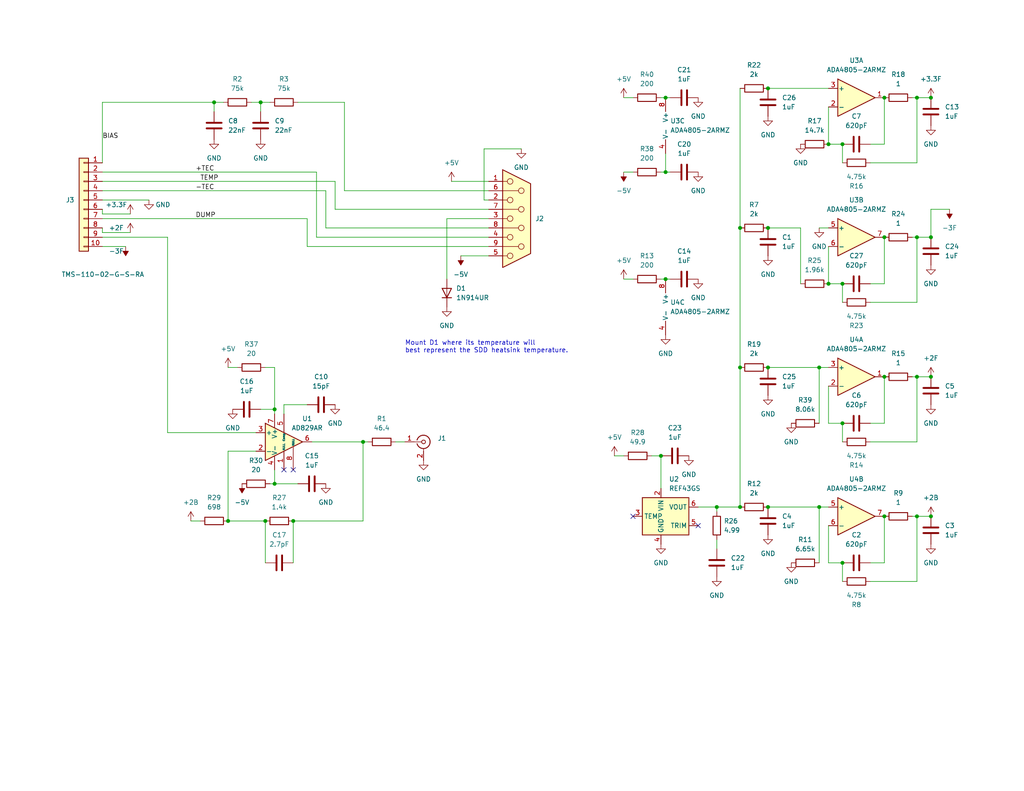
<source format=kicad_sch>
(kicad_sch (version 20230121) (generator eeschema)
  (paper "USLetter")
  (title_block (title "QuERI Preamplifier") (date "2024-02-08") (rev "0.1") (company "Noqsi Aerospace Ltd"))
  (lib_symbols
    (symbol "Connector:Conn_Coaxial" (pin_names (offset 1.016) hide)
      (property "Reference" "J" (at 0.254 3.048 0))
      (property "Value" "Conn_Coaxial" (at 2.921 0 90))
      (symbol "Conn_Coaxial_0_1"
        (arc (start -1.778 -0.508) (mid 0.2311 -1.8066) (end 1.778 0) (stroke (width 0.254)))
        (polyline (pts (xy -2.54 0) (xy -0.508 0)))
        (polyline (pts (xy 0 -2.54) (xy 0 -1.778)))
        (circle (center 0 0) (radius 0.508) (stroke (width 0.2032)))
        (arc (start 1.778 0) (mid 0.2099 1.8101) (end -1.778 0.508) (stroke (width 0.254)))
      )
      (symbol "Conn_Coaxial_1_1"
        (pin passive line (at -5.08 0 0) (length 2.54) (name "In") (number "1"))
        (pin passive line (at 0 -5.08 90) (length 2.54) (name "Ext") (number "2"))
      )
    )
    (symbol "Connector:DE9_Receptacle" (pin_names (offset 1.016) hide)
      (property "Reference" "J" (at 0 13.97 0))
      (property "Value" "DE9_Receptacle" (at 0 -14.605 0))
      (symbol "DE9_Receptacle_0_1"
        (circle (center -1.778 -10.16) (radius 0.762))
        (circle (center -1.778 -5.08) (radius 0.762))
        (circle (center -1.778 0) (radius 0.762))
        (circle (center -1.778 5.08) (radius 0.762))
        (circle (center -1.778 10.16) (radius 0.762))
        (polyline (pts (xy -3.81 -10.16) (xy -2.54 -10.16)))
        (polyline (pts (xy -3.81 -7.62) (xy 0.508 -7.62)))
        (polyline (pts (xy -3.81 -5.08) (xy -2.54 -5.08)))
        (polyline (pts (xy -3.81 -2.54) (xy 0.508 -2.54)))
        (polyline (pts (xy -3.81 0) (xy -2.54 0)))
        (polyline (pts (xy -3.81 2.54) (xy 0.508 2.54)))
        (polyline (pts (xy -3.81 5.08) (xy -2.54 5.08)))
        (polyline (pts (xy -3.81 7.62) (xy 0.508 7.62)))
        (polyline (pts (xy -3.81 10.16) (xy -2.54 10.16)))
        (polyline (pts (xy -3.81 13.335) (xy -3.81 -13.335) (xy 3.81 -9.525) (xy 3.81 9.525) (xy -3.81 13.335)) (stroke (width 0.254)) (fill (type background)))
        (circle (center 1.27 -7.62) (radius 0.762))
        (circle (center 1.27 -2.54) (radius 0.762))
        (circle (center 1.27 2.54) (radius 0.762))
        (circle (center 1.27 7.62) (radius 0.762))
      )
      (symbol "DE9_Receptacle_1_1"
        (pin passive line (at -7.62 10.16 0) (length 3.81) (name "1") (number "1"))
        (pin passive line (at -7.62 5.08 0) (length 3.81) (name "2") (number "2"))
        (pin passive line (at -7.62 0 0) (length 3.81) (name "3") (number "3"))
        (pin passive line (at -7.62 -5.08 0) (length 3.81) (name "4") (number "4"))
        (pin passive line (at -7.62 -10.16 0) (length 3.81) (name "5") (number "5"))
        (pin passive line (at -7.62 7.62 0) (length 3.81) (name "6") (number "6"))
        (pin passive line (at -7.62 2.54 0) (length 3.81) (name "7") (number "7"))
        (pin passive line (at -7.62 -2.54 0) (length 3.81) (name "8") (number "8"))
        (pin passive line (at -7.62 -7.62 0) (length 3.81) (name "9") (number "9"))
      )
    )
    (symbol "Connector_Generic:Conn_01x10" (pin_names (offset 1.016) hide)
      (property "Reference" "J" (at 0 12.7 0))
      (property "Value" "Conn_01x10" (at 0 -15.24 0))
      (symbol "Conn_01x10_1_1"
        (rectangle (start -1.27 -12.573) (end 0 -12.827) (stroke (width 0.1524)))
        (rectangle (start -1.27 -10.033) (end 0 -10.287) (stroke (width 0.1524)))
        (rectangle (start -1.27 -7.493) (end 0 -7.747) (stroke (width 0.1524)))
        (rectangle (start -1.27 -4.953) (end 0 -5.207) (stroke (width 0.1524)))
        (rectangle (start -1.27 -2.413) (end 0 -2.667) (stroke (width 0.1524)))
        (rectangle (start -1.27 0.127) (end 0 -0.127) (stroke (width 0.1524)))
        (rectangle (start -1.27 2.667) (end 0 2.413) (stroke (width 0.1524)))
        (rectangle (start -1.27 5.207) (end 0 4.953) (stroke (width 0.1524)))
        (rectangle (start -1.27 7.747) (end 0 7.493) (stroke (width 0.1524)))
        (rectangle (start -1.27 10.287) (end 0 10.033) (stroke (width 0.1524)))
        (rectangle (start -1.27 11.43) (end 1.27 -13.97) (stroke (width 0.254)) (fill (type background)))
        (pin passive line (at -5.08 10.16 0) (length 3.81) (name "Pin_1") (number "1"))
        (pin passive line (at -5.08 -12.7 0) (length 3.81) (name "Pin_10") (number "10"))
        (pin passive line (at -5.08 7.62 0) (length 3.81) (name "Pin_2") (number "2"))
        (pin passive line (at -5.08 5.08 0) (length 3.81) (name "Pin_3") (number "3"))
        (pin passive line (at -5.08 2.54 0) (length 3.81) (name "Pin_4") (number "4"))
        (pin passive line (at -5.08 0 0) (length 3.81) (name "Pin_5") (number "5"))
        (pin passive line (at -5.08 -2.54 0) (length 3.81) (name "Pin_6") (number "6"))
        (pin passive line (at -5.08 -5.08 0) (length 3.81) (name "Pin_7") (number "7"))
        (pin passive line (at -5.08 -7.62 0) (length 3.81) (name "Pin_8") (number "8"))
        (pin passive line (at -5.08 -10.16 0) (length 3.81) (name "Pin_9") (number "9"))
      )
    )
    (symbol "QuERI_symbols:+2B" (power) (pin_names (offset 0))
      (property "Value" "+2B" (at 0 3.556 0))
      (symbol "+2B_0_1"
        (polyline (pts (xy -0.762 1.27) (xy 0 2.54)))
        (polyline (pts (xy 0 0) (xy 0 2.54)))
        (polyline (pts (xy 0 2.54) (xy 0.762 1.27)))
      )
      (symbol "+2B_1_1"
        (pin power_in line (at 0 0 90) (length 0) hide (name "+2B") (number "1"))
      )
    )
    (symbol "QuERI_symbols:+2F" (power) (pin_names (offset 0))
      (property "Value" "+2F" (at 0 3.556 0))
      (symbol "+2F_0_1"
        (polyline (pts (xy -0.762 1.27) (xy 0 2.54)))
        (polyline (pts (xy 0 0) (xy 0 2.54)))
        (polyline (pts (xy 0 2.54) (xy 0.762 1.27)))
      )
      (symbol "+2F_1_1"
        (pin power_in line (at 0 0 90) (length 0) hide (name "+2F") (number "1"))
      )
    )
    (symbol "QuERI_symbols:+3.3F" (power) (pin_names (offset 0))
      (property "Value" "+3.3F" (at 0 3.556 0))
      (symbol "+3.3F_0_1"
        (polyline (pts (xy -0.762 1.27) (xy 0 2.54)))
        (polyline (pts (xy 0 0) (xy 0 2.54)))
        (polyline (pts (xy 0 2.54) (xy 0.762 1.27)))
      )
      (symbol "+3.3F_1_1"
        (pin power_in line (at 0 0 90) (length 0) hide (name "+3.3F") (number "1"))
      )
    )
    (symbol "QuERI_symbols:-3F" (power) (pin_names (offset 0))
      (property "Value" "-3F" (at 0 3.81 0))
      (symbol "-3F_0_1"
        (polyline (pts (xy 0 0) (xy 0 1.27) (xy 0.762 1.27) (xy 0 2.54) (xy -0.762 1.27) (xy 0 1.27)) (fill (type outline)))
      )
      (symbol "-3F_1_0"
        (pin power_in line (at 0 0 90) (length 0) hide (name "-3F") (number "1"))
      )
    )
    (symbol "QuERI_symbols:1N914UR" (pin_numbers hide) (pin_names hide)
      (property "Reference" "D" (at 0 2.54 0))
      (property "Value" "1N914UR" (at 0 -2.54 0))
      (symbol "1N914UR_0_1"
        (polyline (pts (xy -1.27 1.27) (xy -1.27 -1.27)) (stroke (width 0.254)))
        (polyline (pts (xy 1.27 0) (xy -1.27 0)))
        (polyline (pts (xy 1.27 1.27) (xy 1.27 -1.27) (xy -1.27 0) (xy 1.27 1.27)) (stroke (width 0.254)))
      )
      (symbol "1N914UR_1_1"
        (pin passive line (at -3.81 0 0) (length 2.54) (name "K") (number "1"))
        (pin passive line (at 3.81 0 180) (length 2.54) (name "A") (number "2"))
      )
    )
    (symbol "QuERI_symbols:AD829AR" (pin_names (offset 0.127))
      (property "Reference" "U" (at 1.27 6.35 0))
      (property "Value" "AD829AR" (at 1.27 3.81 0))
      (symbol "AD829AR_0_1"
        (polyline (pts (xy -5.08 5.08) (xy 5.08 0) (xy -5.08 -5.08) (xy -5.08 5.08)) (stroke (width 0.254)) (fill (type background)))
      )
      (symbol "AD829AR_1_1"
        (pin input line (at 0 -7.62 90) (length 5.08) (name "NULL") (number "1"))
        (pin input line (at -7.62 -2.54 0) (length 2.54) (name "-") (number "2"))
        (pin input line (at -7.62 2.54 0) (length 2.54) (name "+") (number "3"))
        (pin power_in line (at -2.54 -7.62 90) (length 3.81) (name "V-") (number "4"))
        (pin passive line (at 0 7.62 270) (length 5.08) (name "Comp") (number "5"))
        (pin output line (at 7.62 0 180) (length 2.54) (name "~") (number "6"))
        (pin power_in line (at -2.54 7.62 270) (length 3.81) (name "V+") (number "7"))
        (pin input line (at 2.54 -7.62 90) (length 6.35) (name "NULL") (number "8"))
      )
    )
    (symbol "QuERI_symbols:ADA4805-2ARMZ" (pin_names (offset 0.127))
      (property "Reference" "U" (at 0 5.08 0))
      (property "Value" "ADA4805-2ARMZ" (at 0 -5.08 0))
      (symbol "ADA4805-2ARMZ_1_1"
        (polyline (pts (xy -5.08 5.08) (xy 5.08 0) (xy -5.08 -5.08) (xy -5.08 5.08)) (stroke (width 0.254)) (fill (type background)))
        (pin output line (at 7.62 0 180) (length 2.54) (name "~") (number "1"))
        (pin input line (at -7.62 -2.54 0) (length 2.54) (name "-") (number "2"))
        (pin input line (at -7.62 2.54 0) (length 2.54) (name "+") (number "3"))
      )
      (symbol "ADA4805-2ARMZ_2_1"
        (polyline (pts (xy -5.08 5.08) (xy 5.08 0) (xy -5.08 -5.08) (xy -5.08 5.08)) (stroke (width 0.254)) (fill (type background)))
        (pin input line (at -7.62 2.54 0) (length 2.54) (name "+") (number "5"))
        (pin input line (at -7.62 -2.54 0) (length 2.54) (name "-") (number "6"))
        (pin output line (at 7.62 0 180) (length 2.54) (name "~") (number "7"))
      )
      (symbol "ADA4805-2ARMZ_3_1"
        (pin power_in line (at -2.54 -7.62 90) (length 3.81) (name "V-") (number "4"))
        (pin power_in line (at -2.54 7.62 270) (length 3.81) (name "V+") (number "8"))
      )
    )
    (symbol "QuERI_symbols:C" (pin_numbers hide) (pin_names (offset 0.254))
      (property "Reference" "C" (at 0.635 2.54 0))
      (property "Value" "1uF" (at 0.635 -2.54 0))
      (symbol "C_0_1"
        (polyline (pts (xy -2.032 -0.762) (xy 2.032 -0.762)) (stroke (width 0.508)))
        (polyline (pts (xy -2.032 0.762) (xy 2.032 0.762)) (stroke (width 0.508)))
      )
      (symbol "C_1_1"
        (pin passive line (at 0 3.81 270) (length 2.794) (name "~") (number "1"))
        (pin passive line (at 0 -3.81 90) (length 2.794) (name "~") (number "2"))
      )
    )
    (symbol "QuERI_symbols:Chv" (pin_numbers hide) (pin_names (offset 0.254))
      (property "Reference" "C" (at 0.635 2.54 0))
      (property "Value" "22nF" (at 0.635 -2.54 0))
      (symbol "Chv_0_1"
        (polyline (pts (xy -2.032 -0.762) (xy 2.032 -0.762)) (stroke (width 0.508)))
        (polyline (pts (xy -2.032 0.762) (xy 2.032 0.762)) (stroke (width 0.508)))
      )
      (symbol "Chv_1_1"
        (pin passive line (at 0 3.81 270) (length 2.794) (name "~") (number "1"))
        (pin passive line (at 0 -3.81 90) (length 2.794) (name "~") (number "2"))
      )
    )
    (symbol "QuERI_symbols:Csmall" (pin_numbers hide) (pin_names (offset 0.254))
      (property "Reference" "C" (at 0.635 2.54 0))
      (property "Value" "Csmall" (at 0.635 -2.54 0))
      (symbol "Csmall_0_1"
        (polyline (pts (xy -2.032 -0.762) (xy 2.032 -0.762)) (stroke (width 0.508)))
        (polyline (pts (xy -2.032 0.762) (xy 2.032 0.762)) (stroke (width 0.508)))
      )
      (symbol "Csmall_1_1"
        (pin passive line (at 0 3.81 270) (length 2.794) (name "~") (number "1"))
        (pin passive line (at 0 -3.81 90) (length 2.794) (name "~") (number "2"))
      )
    )
    (symbol "QuERI_symbols:REF43GS"
      (property "Reference" "U" (at 1.905 8.255 0))
      (property "Value" "REF43GS" (at 0.635 6.35 0))
      (symbol "REF43GS_0_1"
        (rectangle (start -5.08 5.08) (end 7.62 -5.08) (stroke (width 0.254)) (fill (type background)))
      )
      (symbol "REF43GS_1_1"
        (pin no_connect line (at 2.54 -5.08 90) (length 2.54) hide (name "NC") (number "1"))
        (pin power_in line (at 0 7.62 270) (length 2.54) (name "VIN") (number "2"))
        (pin passive line (at -7.62 0 0) (length 2.54) (name "TEMP") (number "3"))
        (pin power_in line (at 0 -7.62 90) (length 2.54) (name "GND") (number "4"))
        (pin passive line (at 10.16 -2.54 180) (length 2.54) (name "TRIM") (number "5"))
        (pin power_out line (at 10.16 2.54 180) (length 2.54) (name "VOUT") (number "6"))
        (pin no_connect line (at -2.54 -5.08 90) (length 2.54) hide (name "NC") (number "7"))
        (pin no_connect line (at 7.62 0 180) (length 2.54) hide (name "NC") (number "8"))
      )
    )
    (symbol "QuERI_symbols:Rlowp" (pin_numbers hide) (pin_names (offset 0))
      (property "Reference" "R" (at 2.032 0 90))
      (property "Value" "Rlowp" (at 0 0 90))
      (symbol "Rlowp_0_1"
        (rectangle (start -1.016 -2.54) (end 1.016 2.54) (stroke (width 0.254)))
      )
      (symbol "Rlowp_1_1"
        (pin passive line (at 0 3.81 270) (length 1.27) (name "~") (number "1"))
        (pin passive line (at 0 -3.81 90) (length 1.27) (name "~") (number "2"))
      )
    )
    (symbol "power:+5V" (power) (pin_names (offset 0))
      (property "Value" "+5V" (at 0 3.556 0))
      (symbol "+5V_0_1"
        (polyline (pts (xy -0.762 1.27) (xy 0 2.54)))
        (polyline (pts (xy 0 0) (xy 0 2.54)))
        (polyline (pts (xy 0 2.54) (xy 0.762 1.27)))
      )
      (symbol "+5V_1_1"
        (pin power_in line (at 0 0 90) (length 0) hide (name "+5V") (number "1"))
      )
    )
    (symbol "power:-5V" (power) (pin_names (offset 0))
      (property "Value" "-5V" (at 0 3.81 0))
      (symbol "-5V_0_0"
        (pin power_in line (at 0 0 90) (length 0) hide (name "-5V") (number "1"))
      )
      (symbol "-5V_0_1"
        (polyline (pts (xy 0 0) (xy 0 1.27) (xy 0.762 1.27) (xy 0 2.54) (xy -0.762 1.27) (xy 0 1.27)) (fill (type outline)))
      )
    )
    (symbol "power:GND" (power) (pin_names (offset 0))
      (property "Value" "GND" (at 0 -3.81 0))
      (symbol "GND_0_1"
        (polyline (pts (xy 0 0) (xy 0 -1.27) (xy 1.27 -1.27) (xy 0 -2.54) (xy -1.27 -1.27) (xy 0 -1.27)))
      )
      (symbol "GND_1_1"
        (pin power_in line (at 0 0 270) (length 0) hide (name "GND") (number "1"))
      )
    )
  )
  (junction (at 223.52 100.33))
  (junction (at 223.52 138.43))
  (junction (at 209.55 100.33))
  (junction (at 250.19 26.67))
  (junction (at 254 102.87))
  (junction (at 99.06 120.65))
  (junction (at 229.87 153.67))
  (junction (at 241.3 140.97))
  (junction (at 209.55 138.43))
  (junction (at 241.3 64.77))
  (junction (at 254 64.77))
  (junction (at 241.3 26.67))
  (junction (at 72.39 142.24))
  (junction (at 74.93 132.08))
  (junction (at 226.06 39.37))
  (junction (at 195.58 138.43))
  (junction (at 71.12 27.94))
  (junction (at 229.87 115.57))
  (junction (at 250.19 102.87))
  (junction (at 250.19 140.97))
  (junction (at 254 140.97))
  (junction (at 226.06 77.47))
  (junction (at 180.34 124.46))
  (junction (at 254 26.67))
  (junction (at 80.01 142.24))
  (junction (at 181.61 46.99))
  (junction (at 229.87 39.37))
  (junction (at 201.93 62.23))
  (junction (at 250.19 64.77))
  (junction (at 181.61 26.67))
  (junction (at 229.87 77.47))
  (junction (at 74.93 111.76))
  (junction (at 58.42 27.94))
  (junction (at 209.55 24.13))
  (junction (at 241.3 102.87))
  (junction (at 62.23 142.24))
  (junction (at 201.93 100.33))
  (junction (at 181.61 76.2))
  (junction (at 209.55 62.23))
  (junction (at 201.93 138.43))
  (no_connect (at 172.72 140.97))
  (no_connect (at 190.5 143.51))
  (no_connect (at 77.47 128.27))
  (no_connect (at 80.01 128.27))
  (wire (pts (xy 180.34 124.46) (xy 180.34 133.35)))
  (wire (pts (xy 80.01 142.24) (xy 99.06 142.24)))
  (wire (pts (xy 250.19 140.97) (xy 250.19 158.75)))
  (wire (pts (xy 241.3 26.67) (xy 241.3 39.37)))
  (wire (pts (xy 226.06 77.47) (xy 229.87 77.47)))
  (wire (pts (xy 254 64.77) (xy 250.19 64.77)))
  (wire (pts (xy 181.61 41.91) (xy 181.61 46.99)))
  (wire (pts (xy 241.3 115.57) (xy 237.49 115.57)))
  (wire (pts (xy 241.3 39.37) (xy 237.49 39.37)))
  (wire (pts (xy 52.07 142.24) (xy 54.61 142.24)))
  (wire (pts (xy 133.35 54.61) (xy 132.08 54.61)))
  (wire (pts (xy 68.58 27.94) (xy 71.12 27.94)))
  (wire (pts (xy 241.3 140.97) (xy 241.3 153.67)))
  (wire (pts (xy 27.94 63.5) (xy 35.56 63.5)))
  (wire (pts (xy 62.23 100.33) (xy 64.77 100.33)))
  (wire (pts (xy 27.94 58.42) (xy 27.94 57.15)))
  (wire (pts (xy 254 102.87) (xy 250.19 102.87)))
  (wire (pts (xy 229.87 39.37) (xy 229.87 44.45)))
  (wire (pts (xy 223.52 100.33) (xy 226.06 100.33)))
  (wire (pts (xy 132.08 54.61) (xy 132.08 40.64)))
  (wire (pts (xy 226.06 105.41) (xy 226.06 115.57)))
  (wire (pts (xy 226.06 153.67) (xy 229.87 153.67)))
  (wire (pts (xy 250.19 158.75) (xy 237.49 158.75)))
  (wire (pts (xy 223.52 138.43) (xy 226.06 138.43)))
  (wire (pts (xy 133.35 67.31) (xy 83.82 67.31)))
  (wire (pts (xy 181.61 46.99) (xy 182.88 46.99)))
  (wire (pts (xy 223.52 62.23) (xy 226.06 62.23)))
  (wire (pts (xy 250.19 44.45) (xy 237.49 44.45)))
  (wire (pts (xy 195.58 138.43) (xy 201.93 138.43)))
  (wire (pts (xy 170.18 26.67) (xy 172.72 26.67)))
  (wire (pts (xy 223.52 153.67) (xy 223.52 138.43)))
  (wire (pts (xy 226.06 115.57) (xy 229.87 115.57)))
  (wire (pts (xy 133.35 64.77) (xy 86.36 64.77)))
  (wire (pts (xy 248.92 140.97) (xy 250.19 140.97)))
  (wire (pts (xy 125.73 69.85) (xy 133.35 69.85)))
  (wire (pts (xy 250.19 102.87) (xy 248.92 102.87)))
  (wire (pts (xy 27.94 46.99) (xy 86.36 46.99)))
  (wire (pts (xy 93.98 27.94) (xy 93.98 52.07)))
  (wire (pts (xy 226.06 29.21) (xy 226.06 39.37)))
  (wire (pts (xy 72.39 100.33) (xy 74.93 100.33)))
  (wire (pts (xy 241.3 153.67) (xy 237.49 153.67)))
  (wire (pts (xy 81.28 27.94) (xy 93.98 27.94)))
  (wire (pts (xy 182.88 76.2) (xy 181.61 76.2)))
  (wire (pts (xy 74.93 111.76) (xy 74.93 113.03)))
  (wire (pts (xy 77.47 110.49) (xy 83.82 110.49)))
  (wire (pts (xy 88.9 62.23) (xy 88.9 52.07)))
  (wire (pts (xy 62.23 123.19) (xy 62.23 142.24)))
  (wire (pts (xy 209.55 24.13) (xy 226.06 24.13)))
  (wire (pts (xy 241.3 102.87) (xy 241.3 115.57)))
  (wire (pts (xy 201.93 100.33) (xy 201.93 138.43)))
  (wire (pts (xy 250.19 26.67) (xy 248.92 26.67)))
  (wire (pts (xy 180.34 26.67) (xy 181.61 26.67)))
  (wire (pts (xy 250.19 102.87) (xy 250.19 120.65)))
  (wire (pts (xy 71.12 27.94) (xy 71.12 30.48)))
  (wire (pts (xy 133.35 52.07) (xy 93.98 52.07)))
  (wire (pts (xy 180.34 76.2) (xy 181.61 76.2)))
  (wire (pts (xy 107.95 120.65) (xy 110.49 120.65)))
  (wire (pts (xy 241.3 64.77) (xy 241.3 77.47)))
  (wire (pts (xy 99.06 120.65) (xy 100.33 120.65)))
  (wire (pts (xy 170.18 76.2) (xy 172.72 76.2)))
  (wire (pts (xy 62.23 142.24) (xy 72.39 142.24)))
  (wire (pts (xy 226.06 67.31) (xy 226.06 77.47)))
  (wire (pts (xy 250.19 120.65) (xy 237.49 120.65)))
  (wire (pts (xy 241.3 77.47) (xy 237.49 77.47)))
  (wire (pts (xy 250.19 64.77) (xy 250.19 82.55)))
  (wire (pts (xy 170.18 46.99) (xy 172.72 46.99)))
  (wire (pts (xy 123.19 49.53) (xy 133.35 49.53)))
  (wire (pts (xy 27.94 49.53) (xy 91.44 49.53)))
  (wire (pts (xy 77.47 113.03) (xy 77.47 110.49)))
  (wire (pts (xy 209.55 100.33) (xy 223.52 100.33)))
  (wire (pts (xy 250.19 82.55) (xy 237.49 82.55)))
  (wire (pts (xy 27.94 62.23) (xy 27.94 63.5)))
  (wire (pts (xy 259.08 57.15) (xy 254 57.15)))
  (wire (pts (xy 27.94 54.61) (xy 40.64 54.61)))
  (wire (pts (xy 167.64 124.46) (xy 170.18 124.46)))
  (wire (pts (xy 195.58 147.32) (xy 195.58 149.86)))
  (wire (pts (xy 74.93 128.27) (xy 74.93 132.08)))
  (wire (pts (xy 229.87 77.47) (xy 229.87 82.55)))
  (wire (pts (xy 27.94 58.42) (xy 35.56 58.42)))
  (wire (pts (xy 132.08 40.64) (xy 142.24 40.64)))
  (wire (pts (xy 182.88 26.67) (xy 181.61 26.67)))
  (wire (pts (xy 71.12 111.76) (xy 74.93 111.76)))
  (wire (pts (xy 121.92 76.2) (xy 121.92 59.69)))
  (wire (pts (xy 60.96 27.94) (xy 58.42 27.94)))
  (wire (pts (xy 45.72 118.11) (xy 69.85 118.11)))
  (wire (pts (xy 27.94 27.94) (xy 58.42 27.94)))
  (wire (pts (xy 177.8 124.46) (xy 180.34 124.46)))
  (wire (pts (xy 226.06 143.51) (xy 226.06 153.67)))
  (wire (pts (xy 27.94 59.69) (xy 83.82 59.69)))
  (wire (pts (xy 74.93 100.33) (xy 74.93 111.76)))
  (wire (pts (xy 27.94 64.77) (xy 45.72 64.77)))
  (wire (pts (xy 254 26.67) (xy 250.19 26.67)))
  (wire (pts (xy 45.72 64.77) (xy 45.72 118.11)))
  (wire (pts (xy 201.93 62.23) (xy 201.93 100.33)))
  (wire (pts (xy 223.52 100.33) (xy 223.52 115.57)))
  (wire (pts (xy 229.87 153.67) (xy 229.87 158.75)))
  (wire (pts (xy 218.44 77.47) (xy 218.44 62.23)))
  (wire (pts (xy 201.93 24.13) (xy 201.93 62.23)))
  (wire (pts (xy 83.82 67.31) (xy 83.82 59.69)))
  (wire (pts (xy 72.39 153.67) (xy 72.39 142.24)))
  (wire (pts (xy 121.92 59.69) (xy 133.35 59.69)))
  (wire (pts (xy 86.36 64.77) (xy 86.36 46.99)))
  (wire (pts (xy 27.94 27.94) (xy 27.94 44.45)))
  (wire (pts (xy 195.58 138.43) (xy 195.58 139.7)))
  (wire (pts (xy 209.55 138.43) (xy 223.52 138.43)))
  (wire (pts (xy 74.93 132.08) (xy 81.28 132.08)))
  (wire (pts (xy 133.35 62.23) (xy 88.9 62.23)))
  (wire (pts (xy 73.66 27.94) (xy 71.12 27.94)))
  (wire (pts (xy 85.09 120.65) (xy 99.06 120.65)))
  (wire (pts (xy 190.5 138.43) (xy 195.58 138.43)))
  (wire (pts (xy 254 140.97) (xy 250.19 140.97)))
  (wire (pts (xy 133.35 57.15) (xy 91.44 57.15)))
  (wire (pts (xy 229.87 115.57) (xy 229.87 120.65)))
  (wire (pts (xy 91.44 57.15) (xy 91.44 49.53)))
  (wire (pts (xy 248.92 64.77) (xy 250.19 64.77)))
  (wire (pts (xy 226.06 39.37) (xy 229.87 39.37)))
  (wire (pts (xy 99.06 142.24) (xy 99.06 120.65)))
  (wire (pts (xy 218.44 62.23) (xy 209.55 62.23)))
  (wire (pts (xy 74.93 132.08) (xy 73.66 132.08)))
  (wire (pts (xy 80.01 142.24) (xy 80.01 153.67)))
  (wire (pts (xy 27.94 67.31) (xy 34.29 67.31)))
  (wire (pts (xy 180.34 46.99) (xy 181.61 46.99)))
  (wire (pts (xy 27.94 52.07) (xy 88.9 52.07)))
  (wire (pts (xy 250.19 26.67) (xy 250.19 44.45)))
  (wire (pts (xy 58.42 27.94) (xy 58.42 30.48)))
  (wire (pts (xy 254 57.15) (xy 254 64.77)))
  (wire (pts (xy 69.85 123.19) (xy 62.23 123.19)))
  (text "Mount D1 where its temperature will\nbest represent the SDD heatsink temperature." (at 110.49 96.52 0) (effects (font (size 1.27 1.27)) (justify left bottom)))
  (label "-TEC" (at 53.34 52.07 0))
  (label "TEMP" (at 54.61 49.53 0))
  (label "BIAS" (at 27.94 38.1 0))
  (label "DUMP" (at 53.34 59.69 0))
  (label "+TEC" (at 53.34 46.99 0))
  (symbol (lib_id "QuERI_symbols:Rlowp") (at 176.53 46.99 90) (unit 1)
    (property "Reference" "R38" (at 176.53 40.64 90))
    (property "Value" "200" (at 176.53 43.18 90))
    (property "Footprint" "Resistor_SMD:R_0603_1608Metric" (effects hide))
    (property "Spec" "1% 1/10W" (effects hide))
  )
  (symbol (lib_id "power:GND") (at 223.52 62.23 0) (unit 1)
    (property "Reference" "#PWR016" (effects hide))
    (property "Value" "GND" (at 223.52 67.31 0))
  )
  (symbol (lib_id "power:GND") (at 190.5 46.99 0) (unit 1)
    (property "Reference" "#PWR07" (effects hide))
    (property "Value" "GND" (at 190.5 52.07 0))
  )
  (symbol (lib_id "QuERI_symbols:Chv") (at 71.12 34.29 0) (unit 1)
    (property "Reference" "C9" (at 74.93 33.02 0) (effects (justify left)))
    (property "Value" "22nF" (at 74.93 35.56 0) (effects (justify left)))
    (property "Footprint" "Capacitor_SMD:C_1210_3225Metric" (effects hide))
    (property "Spec" "500WVDC" (effects hide))
  )
  (symbol (lib_id "QuERI_symbols:Rlowp") (at 245.11 102.87 90) (unit 1)
    (property "Reference" "R15" (at 245.11 96.52 90))
    (property "Value" "1" (at 245.11 99.06 90))
    (property "Footprint" "Resistor_SMD:R_0603_1608Metric" (effects hide))
    (property "Spec" "1% 1/10W" (effects hide))
  )
  (symbol (lib_id "QuERI_symbols:Rlowp") (at 176.53 26.67 90) (unit 1)
    (property "Reference" "R40" (at 176.53 20.32 90))
    (property "Value" "200" (at 176.53 22.86 90))
    (property "Footprint" "Resistor_SMD:R_0603_1608Metric" (effects hide))
    (property "Spec" "1% 1/10W" (effects hide))
  )
  (symbol (lib_id "QuERI_symbols:1N914UR") (at 121.92 80.01 90) (unit 1)
    (property "Reference" "D1" (at 124.46 78.74 90) (effects (justify right)))
    (property "Value" "1N914UR" (at 124.46 81.28 90) (effects (justify right)))
    (property "Footprint" "Diode_SMD:D_MiniMELF" (effects hide))
    (property "Sim.Device" "D" (effects hide))
    (property "Sim.Pins" "1=K 2=A" (effects hide))
  )
  (symbol (lib_id "power:GND") (at 40.64 54.61 0) (unit 1)
    (property "Reference" "#PWR034" (effects hide))
    (property "Value" "GND" (at 44.45 55.88 0))
  )
  (symbol (lib_id "QuERI_symbols:C") (at 209.55 142.24 0) (unit 1)
    (property "Reference" "C4" (at 213.36 140.97 0) (effects (justify left)))
    (property "Value" "1uF" (at 213.36 143.51 0) (effects (justify left)))
    (property "Footprint" "Capacitor_SMD:C_0805_2012Metric" (effects hide))
    (property "Spec" "16WVDC X7R" (effects hide))
  )
  (symbol (lib_id "power:+5V") (at 170.18 26.67 0) (unit 1)
    (property "Reference" "#PWR04" (effects hide))
    (property "Value" "+5V" (at 170.18 21.59 0))
  )
  (symbol (lib_id "QuERI_symbols:Rlowp") (at 219.71 153.67 90) (unit 1)
    (property "Reference" "R11" (at 219.71 147.32 90))
    (property "Value" "6.65k" (at 219.71 149.86 90))
    (property "Footprint" "Resistor_SMD:R_0603_1608Metric" (effects hide))
    (property "Spec" "1% 1/10W" (effects hide))
  )
  (symbol (lib_id "QuERI_symbols:C") (at 209.55 27.94 0) (unit 1)
    (property "Reference" "C26" (at 213.36 26.67 0) (effects (justify left)))
    (property "Value" "1uF" (at 213.36 29.21 0) (effects (justify left)))
    (property "Footprint" "Capacitor_SMD:C_0805_2012Metric" (effects hide))
    (property "Spec" "16WVDC X7R" (effects hide))
  )
  (symbol (lib_id "QuERI_symbols:C") (at 184.15 124.46 90) (unit 1)
    (property "Reference" "C23" (at 184.15 116.84 90))
    (property "Value" "1uF" (at 184.15 119.38 90))
    (property "Footprint" "Capacitor_SMD:C_0805_2012Metric" (effects hide))
    (property "Spec" "16WVDC X7R" (effects hide))
  )
  (symbol (lib_id "power:+5V") (at 123.19 49.53 0) (unit 1)
    (property "Reference" "#PWR024" (effects hide))
    (property "Value" "+5V" (at 123.19 44.45 0))
  )
  (symbol (lib_id "power:-5V") (at 125.73 69.85 0) (mirror x) (unit 1)
    (property "Reference" "#PWR026" (effects hide))
    (property "Value" "-5V" (at 125.73 74.93 0))
  )
  (symbol (lib_id "QuERI_symbols:Csmall") (at 76.2 153.67 90) (unit 1)
    (property "Reference" "C17" (at 76.2 146.05 90))
    (property "Value" "2.7pF" (at 76.2 148.59 90))
    (property "Footprint" "Capacitor_SMD:C_0603_1608Metric" (effects hide))
    (property "Spec" "50WVDC C0G" (effects hide))
  )
  (symbol (lib_id "power:GND") (at 209.55 146.05 0) (unit 1)
    (property "Reference" "#PWR019" (effects hide))
    (property "Value" "GND" (at 209.55 151.13 0))
  )
  (symbol (lib_id "power:GND") (at 181.61 91.44 0) (unit 1)
    (property "Reference" "#PWR01" (effects hide))
    (property "Value" "GND" (at 181.61 96.52 0))
  )
  (symbol (lib_id "QuERI_symbols:C") (at 186.69 76.2 90) (unit 1)
    (property "Reference" "C14" (at 186.69 68.58 90))
    (property "Value" "1uF" (at 186.69 71.12 90))
    (property "Footprint" "Capacitor_SMD:C_0805_2012Metric" (effects hide))
    (property "Spec" "16WVDC X7R" (effects hide))
  )
  (symbol (lib_id "power:GND") (at 58.42 38.1 0) (unit 1)
    (property "Reference" "#PWR027" (effects hide))
    (property "Value" "GND" (at 58.42 43.18 0))
  )
  (symbol (lib_id "QuERI_symbols:Rlowp") (at 205.74 100.33 90) (unit 1)
    (property "Reference" "R19" (at 205.74 93.98 90))
    (property "Value" "2k" (at 205.74 96.52 90))
    (property "Footprint" "Resistor_SMD:R_0603_1608Metric" (effects hide))
    (property "Spec" "1% 1/10W" (effects hide))
  )
  (symbol (lib_id "QuERI_symbols:Rlowp") (at 205.74 138.43 90) (unit 1)
    (property "Reference" "R12" (at 205.74 132.08 90))
    (property "Value" "2k" (at 205.74 134.62 90))
    (property "Footprint" "Resistor_SMD:R_0603_1608Metric" (effects hide))
    (property "Spec" "1% 1/10W" (effects hide))
  )
  (symbol (lib_id "QuERI_symbols:Rlowp") (at 219.71 115.57 90) (unit 1)
    (property "Reference" "R39" (at 219.71 109.22 90))
    (property "Value" "8.06k" (at 219.71 111.76 90))
    (property "Footprint" "Resistor_SMD:R_0603_1608Metric" (effects hide))
    (property "Spec" "1% 1/10W" (effects hide))
  )
  (symbol (lib_id "power:GND") (at 254 110.49 0) (unit 1)
    (property "Reference" "#PWR022" (effects hide))
    (property "Value" "GND" (at 254 115.57 0))
  )
  (symbol (lib_id "QuERI_symbols:-3F") (at 34.29 67.31 0) (mirror x) (unit 1)
    (property "Reference" "#PWR031" (effects hide))
    (property "Value" "-3F" (at 31.75 68.58 0))
  )
  (symbol (lib_id "QuERI_symbols:Csmall") (at 233.68 115.57 90) (unit 1)
    (property "Reference" "C6" (at 233.68 107.95 90))
    (property "Value" "620pF" (at 233.68 110.49 90))
    (property "Footprint" "Capacitor_SMD:C_0603_1608Metric" (effects hide))
    (property "Spec" "50WVDC C0G" (effects hide))
  )
  (symbol (lib_id "power:GND") (at 88.9 132.08 0) (unit 1)
    (property "Reference" "#PWR038" (effects hide))
    (property "Value" "GND" (at 88.9 137.16 0))
  )
  (symbol (lib_id "power:+5V") (at 62.23 100.33 0) (unit 1)
    (property "Reference" "#PWR037" (effects hide))
    (property "Value" "+5V" (at 62.23 95.25 0))
  )
  (symbol (lib_id "QuERI_symbols:Csmall") (at 233.68 77.47 90) (unit 1)
    (property "Reference" "C27" (at 233.68 69.85 90))
    (property "Value" "620pF" (at 233.68 72.39 90))
    (property "Footprint" "Capacitor_SMD:C_0603_1608Metric" (effects hide))
    (property "Spec" "50WVDC C0G" (effects hide))
  )
  (symbol (lib_id "power:-5V") (at 170.18 46.99 0) (mirror x) (unit 1)
    (property "Reference" "#PWR05" (effects hide))
    (property "Value" "-5V" (at 170.18 52.07 0))
  )
  (symbol (lib_id "QuERI_symbols:C") (at 85.09 132.08 90) (unit 1)
    (property "Reference" "C15" (at 85.09 124.46 90))
    (property "Value" "1uF" (at 85.09 127 90))
    (property "Footprint" "Capacitor_SMD:C_0805_2012Metric" (effects hide))
    (property "Spec" "16WVDC X7R" (effects hide))
  )
  (symbol (lib_id "power:GND") (at 91.44 110.49 0) (unit 1)
    (property "Reference" "#PWR035" (effects hide))
    (property "Value" "GND" (at 91.44 115.57 0))
  )
  (symbol (lib_id "power:-5V") (at 66.04 132.08 0) (mirror x) (unit 1)
    (property "Reference" "#PWR039" (effects hide))
    (property "Value" "-5V" (at 66.04 137.16 0))
  )
  (symbol (lib_id "power:GND") (at 142.24 40.64 0) (unit 1)
    (property "Reference" "#PWR025" (effects hide))
    (property "Value" "GND" (at 142.24 45.72 0))
  )
  (symbol (lib_id "power:GND") (at 187.96 124.46 0) (unit 1)
    (property "Reference" "#PWR09" (effects hide))
    (property "Value" "GND" (at 187.96 129.54 0))
  )
  (symbol (lib_id "power:GND") (at 121.92 83.82 0) (unit 1)
    (property "Reference" "#PWR029" (effects hide))
    (property "Value" "GND" (at 121.92 88.9 0))
  )
  (symbol (lib_id "power:GND") (at 195.58 157.48 0) (unit 1)
    (property "Reference" "#PWR011" (effects hide))
    (property "Value" "GND" (at 195.58 162.56 0))
  )
  (symbol (lib_id "QuERI_symbols:Rlowp") (at 77.47 27.94 90) (unit 1)
    (property "Reference" "R3" (at 77.47 21.59 90))
    (property "Value" "75k" (at 77.47 24.13 90))
    (property "Footprint" "Resistor_SMD:R_0603_1608Metric" (effects hide))
    (property "Spec" "1% 1/10W" (effects hide))
  )
  (symbol (lib_id "power:GND") (at 218.44 39.37 0) (unit 1)
    (property "Reference" "#PWR013" (effects hide))
    (property "Value" "GND" (at 218.44 44.45 0))
  )
  (symbol (lib_id "power:GND") (at 209.55 107.95 0) (unit 1)
    (property "Reference" "#PWR018" (effects hide))
    (property "Value" "GND" (at 209.55 113.03 0))
  )
  (symbol (lib_id "QuERI_symbols:Rlowp") (at 195.58 143.51 0) (unit 1)
    (property "Reference" "R26" (at 197.485 142.24 0) (effects (justify left)))
    (property "Value" "4.99" (at 197.485 144.78 0) (effects (justify left)))
    (property "Footprint" "Resistor_SMD:R_0603_1608Metric" (effects hide))
    (property "Spec" "1% 1/10W" (effects hide))
  )
  (symbol (lib_id "QuERI_symbols:Rlowp") (at 233.68 158.75 90) (mirror x) (unit 1)
    (property "Reference" "R8" (at 233.68 165.1 90))
    (property "Value" "4.75k" (at 233.68 162.56 90))
    (property "Footprint" "Resistor_SMD:R_0603_1608Metric" (effects hide))
    (property "Spec" "1% 1/10W" (effects hide))
  )
  (symbol (lib_id "QuERI_symbols:Rlowp") (at 58.42 142.24 90) (unit 1)
    (property "Reference" "R29" (at 58.42 135.89 90))
    (property "Value" "698" (at 58.42 138.43 90))
    (property "Footprint" "Resistor_SMD:R_0603_1608Metric" (effects hide))
    (property "Spec" "1% 1/10W" (effects hide))
  )
  (symbol (lib_id "power:GND") (at 190.5 76.2 0) (unit 1)
    (property "Reference" "#PWR02" (effects hide))
    (property "Value" "GND" (at 190.5 81.28 0))
  )
  (symbol (lib_id "QuERI_symbols:C") (at 254 30.48 0) (unit 1)
    (property "Reference" "C13" (at 257.81 29.21 0) (effects (justify left)))
    (property "Value" "1uF" (at 257.81 31.75 0) (effects (justify left)))
    (property "Footprint" "Capacitor_SMD:C_0805_2012Metric" (effects hide))
    (property "Spec" "16WVDC X7R" (effects hide))
  )
  (symbol (lib_id "QuERI_symbols:C") (at 254 68.58 0) (unit 1)
    (property "Reference" "C24" (at 257.81 67.31 0) (effects (justify left)))
    (property "Value" "1uF" (at 257.81 69.85 0) (effects (justify left)))
    (property "Footprint" "Capacitor_SMD:C_0805_2012Metric" (effects hide))
    (property "Spec" "16WVDC X7R" (effects hide))
  )
  (symbol (lib_id "QuERI_symbols:Rlowp") (at 245.11 64.77 90) (unit 1)
    (property "Reference" "R24" (at 245.11 58.42 90))
    (property "Value" "1" (at 245.11 60.96 90))
    (property "Footprint" "Resistor_SMD:R_0603_1608Metric" (effects hide))
    (property "Spec" "1% 1/10W" (effects hide))
  )
  (symbol (lib_id "QuERI_symbols:Rlowp") (at 64.77 27.94 90) (unit 1)
    (property "Reference" "R2" (at 64.77 21.59 90))
    (property "Value" "75k" (at 64.77 24.13 90))
    (property "Footprint" "Resistor_SMD:R_0603_1608Metric" (effects hide))
    (property "Spec" "1% 1/10W" (effects hide))
  )
  (symbol (lib_id "QuERI_symbols:Rlowp") (at 176.53 76.2 90) (unit 1)
    (property "Reference" "R13" (at 176.53 69.85 90))
    (property "Value" "200" (at 176.53 72.39 90))
    (property "Footprint" "Resistor_SMD:R_0603_1608Metric" (effects hide))
    (property "Spec" "1% 1/10W" (effects hide))
  )
  (symbol (lib_id "QuERI_symbols:Rlowp") (at 173.99 124.46 90) (unit 1)
    (property "Reference" "R28" (at 173.99 118.11 90))
    (property "Value" "49.9" (at 173.99 120.65 90))
    (property "Footprint" "Resistor_SMD:R_0603_1608Metric" (effects hide))
    (property "Spec" "1% 1/10W" (effects hide))
  )
  (symbol (lib_id "power:GND") (at 254 34.29 0) (unit 1)
    (property "Reference" "#PWR014" (effects hide))
    (property "Value" "GND" (at 254 39.37 0))
  )
  (symbol (lib_id "QuERI_symbols:C") (at 209.55 104.14 0) (unit 1)
    (property "Reference" "C25" (at 213.36 102.87 0) (effects (justify left)))
    (property "Value" "1uF" (at 213.36 105.41 0) (effects (justify left)))
    (property "Footprint" "Capacitor_SMD:C_0805_2012Metric" (effects hide))
    (property "Spec" "16WVDC X7R" (effects hide))
  )
  (symbol (lib_id "QuERI_symbols:Rlowp") (at 205.74 24.13 90) (unit 1)
    (property "Reference" "R22" (at 205.74 17.78 90))
    (property "Value" "2k" (at 205.74 20.32 90))
    (property "Footprint" "Resistor_SMD:R_0603_1608Metric" (effects hide))
    (property "Spec" "1% 1/10W" (effects hide))
  )
  (symbol (lib_id "power:GND") (at 180.34 148.59 0) (unit 1)
    (property "Reference" "#PWR010" (effects hide))
    (property "Value" "GND" (at 180.34 153.67 0))
  )
  (symbol (lib_id "QuERI_symbols:Rlowp") (at 222.25 39.37 90) (unit 1)
    (property "Reference" "R17" (at 222.25 33.02 90))
    (property "Value" "14.7k" (at 222.25 35.56 90))
    (property "Footprint" "Resistor_SMD:R_0603_1608Metric" (effects hide))
    (property "Spec" "1% 1/10W" (effects hide))
  )
  (symbol (lib_id "Connector_Generic:Conn_01x10") (at 22.86 54.61 0) (mirror y) (unit 1)
    (property "Reference" "J3" (at 20.32 54.61 0) (effects (justify left)))
    (property "Value" "TMS-110-02-G-S-RA" (at 39.37 74.93 0) (effects (justify left)))
    (property "Footprint" "Connector_PinHeader_1.27mm:PinHeader_1x10_P1.27mm_Horizontal" (effects hide))
  )
  (symbol (lib_id "QuERI_symbols:C") (at 186.69 46.99 90) (unit 1)
    (property "Reference" "C20" (at 186.69 39.37 90))
    (property "Value" "1uF" (at 186.69 41.91 90))
    (property "Footprint" "Capacitor_SMD:C_0805_2012Metric" (effects hide))
    (property "Spec" "16WVDC X7R" (effects hide))
  )
  (symbol (lib_id "power:GND") (at 254 72.39 0) (unit 1)
    (property "Reference" "#PWR017" (effects hide))
    (property "Value" "GND" (at 254 77.47 0))
  )
  (symbol (lib_id "QuERI_symbols:+3.3F") (at 254 26.67 0) (unit 1)
    (property "Reference" "#PWR030" (effects hide))
    (property "Value" "+3.3F" (at 254 21.59 0))
  )
  (symbol (lib_id "power:GND") (at 63.5 111.76 0) (unit 1)
    (property "Reference" "#PWR036" (effects hide))
    (property "Value" "GND" (at 63.5 116.84 0))
  )
  (symbol (lib_id "QuERI_symbols:+2F") (at 35.56 63.5 0) (unit 1)
    (property "Reference" "#PWR032" (effects hide))
    (property "Value" "+2F" (at 31.75 62.23 0))
  )
  (symbol (lib_id "QuERI_symbols:Rlowp") (at 205.74 62.23 90) (unit 1)
    (property "Reference" "R7" (at 205.74 55.88 90))
    (property "Value" "2k" (at 205.74 58.42 90))
    (property "Footprint" "Resistor_SMD:R_0603_1608Metric" (effects hide))
    (property "Spec" "1% 1/10W" (effects hide))
  )
  (symbol (lib_id "QuERI_symbols:ADA4805-2ARMZ") (at 233.68 64.77 0) (unit 2)
    (property "Reference" "U3" (at 233.68 54.61 0))
    (property "Value" "ADA4805-2ARMZ" (at 233.68 57.15 0))
    (property "Footprint" "Package_SO:MSOP-8_3x3mm_P0.65mm" (effects hide))
    (property "Datasheet" "https://www.analog.com/media/en/technical-documentation/data-sheets/ADA4805-1_4805-2.pdf" (effects hide))
  )
  (symbol (lib_id "power:GND") (at 115.57 125.73 0) (unit 1)
    (property "Reference" "#PWR044" (effects hide))
    (property "Value" "GND" (at 115.57 130.81 0))
  )
  (symbol (lib_id "QuERI_symbols:Rlowp") (at 222.25 77.47 90) (unit 1)
    (property "Reference" "R25" (at 222.25 71.12 90))
    (property "Value" "1.96k" (at 222.25 73.66 90))
    (property "Footprint" "Resistor_SMD:R_0603_1608Metric" (effects hide))
    (property "Spec" "1% 1/10W" (effects hide))
  )
  (symbol (lib_id "QuERI_symbols:C") (at 254 106.68 0) (unit 1)
    (property "Reference" "C5" (at 257.81 105.41 0) (effects (justify left)))
    (property "Value" "1uF" (at 257.81 107.95 0) (effects (justify left)))
    (property "Footprint" "Capacitor_SMD:C_0805_2012Metric" (effects hide))
    (property "Spec" "16WVDC X7R" (effects hide))
  )
  (symbol (lib_id "QuERI_symbols:ADA4805-2ARMZ") (at 184.15 83.82 0) (unit 3)
    (property "Reference" "U4" (at 182.88 82.55 0) (effects (justify left)))
    (property "Value" "ADA4805-2ARMZ" (at 182.88 85.09 0) (effects (justify left)))
    (property "Footprint" "Package_SO:MSOP-8_3x3mm_P0.65mm" (effects hide))
    (property "Datasheet" "https://www.analog.com/media/en/technical-documentation/data-sheets/ADA4805-1_4805-2.pdf" (effects hide))
  )
  (symbol (lib_id "power:GND") (at 254 148.59 0) (unit 1)
    (property "Reference" "#PWR023" (effects hide))
    (property "Value" "GND" (at 254 153.67 0))
  )
  (symbol (lib_id "QuERI_symbols:Csmall") (at 87.63 110.49 90) (unit 1)
    (property "Reference" "C10" (at 87.63 102.87 90))
    (property "Value" "15pF" (at 87.63 105.41 90))
    (property "Footprint" "Capacitor_SMD:C_0603_1608Metric" (effects hide))
    (property "Spec" "50WVDC C0G" (effects hide))
  )
  (symbol (lib_id "QuERI_symbols:ADA4805-2ARMZ") (at 233.68 102.87 0) (unit 1)
    (property "Reference" "U4" (at 233.68 92.71 0))
    (property "Value" "ADA4805-2ARMZ" (at 233.68 95.25 0))
    (property "Footprint" "Package_SO:MSOP-8_3x3mm_P0.65mm" (effects hide))
    (property "Datasheet" "https://www.analog.com/media/en/technical-documentation/data-sheets/ADA4805-1_4805-2.pdf" (effects hide))
  )
  (symbol (lib_id "power:GND") (at 71.12 38.1 0) (unit 1)
    (property "Reference" "#PWR028" (effects hide))
    (property "Value" "GND" (at 71.12 43.18 0))
  )
  (symbol (lib_id "QuERI_symbols:C") (at 67.31 111.76 90) (unit 1)
    (property "Reference" "C16" (at 67.31 104.14 90))
    (property "Value" "1uF" (at 67.31 106.68 90))
    (property "Footprint" "Capacitor_SMD:C_0805_2012Metric" (effects hide))
    (property "Spec" "16WVDC X7R" (effects hide))
  )
  (symbol (lib_id "QuERI_symbols:Rlowp") (at 233.68 120.65 90) (mirror x) (unit 1)
    (property "Reference" "R14" (at 233.68 127 90))
    (property "Value" "4.75k" (at 233.68 124.46 90))
    (property "Footprint" "Resistor_SMD:R_0603_1608Metric" (effects hide))
    (property "Spec" "1% 1/10W" (effects hide))
  )
  (symbol (lib_id "QuERI_symbols:REF43GS") (at 180.34 140.97 0) (unit 1)
    (property "Reference" "U2" (at 182.5341 130.81 0) (effects (justify left)))
    (property "Value" "REF43GS" (at 182.5341 133.35 0) (effects (justify left)))
    (property "Footprint" "Package_SO:SOIC-8_3.9x4.9mm_P1.27mm" (effects hide))
  )
  (symbol (lib_id "power:+5V") (at 167.64 124.46 0) (unit 1)
    (property "Reference" "#PWR08" (effects hide))
    (property "Value" "+5V" (at 167.64 119.38 0))
  )
  (symbol (lib_id "QuERI_symbols:Chv") (at 58.42 34.29 0) (unit 1)
    (property "Reference" "C8" (at 62.23 33.02 0) (effects (justify left)))
    (property "Value" "22nF" (at 62.23 35.56 0) (effects (justify left)))
    (property "Footprint" "Capacitor_SMD:C_1210_3225Metric" (effects hide))
    (property "Spec" "500WVDC" (effects hide))
  )
  (symbol (lib_id "Connector:DE9_Receptacle") (at 140.97 59.69 0) (unit 1)
    (property "Reference" "J2" (at 146.05 59.69 0) (effects (justify left)))
    (property "Value" "MDM9S" (effects hide))
    (property "Datasheet" " ~" (effects hide))
  )
  (symbol (lib_id "Connector:Conn_Coaxial") (at 115.57 120.65 0) (unit 1)
    (property "Reference" "J1" (at 119.38 119.6732 0) (effects (justify left)))
    (property "Value" "SMA" (effects hide))
    (property "Datasheet" " ~" (effects hide))
  )
  (symbol (lib_id "QuERI_symbols:Csmall") (at 233.68 39.37 90) (unit 1)
    (property "Reference" "C7" (at 233.68 31.75 90))
    (property "Value" "620pF" (at 233.68 34.29 90))
    (property "Footprint" "Capacitor_SMD:C_0603_1608Metric" (effects hide))
    (property "Spec" "50WVDC C0G" (effects hide))
  )
  (symbol (lib_id "QuERI_symbols:-3F") (at 259.08 57.15 0) (mirror x) (unit 1)
    (property "Reference" "#PWR043" (effects hide))
    (property "Value" "-3F" (at 259.08 62.23 0))
  )
  (symbol (lib_id "QuERI_symbols:Rlowp") (at 233.68 82.55 90) (mirror x) (unit 1)
    (property "Reference" "R23" (at 233.68 88.9 90))
    (property "Value" "4.75k" (at 233.68 86.36 90))
    (property "Footprint" "Resistor_SMD:R_0603_1608Metric" (effects hide))
    (property "Spec" "1% 1/10W" (effects hide))
  )
  (symbol (lib_id "power:GND") (at 215.9 153.67 0) (unit 1)
    (property "Reference" "#PWR021" (effects hide))
    (property "Value" "GND" (at 215.9 158.75 0))
  )
  (symbol (lib_id "power:GND") (at 209.55 31.75 0) (unit 1)
    (property "Reference" "#PWR012" (effects hide))
    (property "Value" "GND" (at 209.55 36.83 0))
  )
  (symbol (lib_id "QuERI_symbols:C") (at 195.58 153.67 0) (unit 1)
    (property "Reference" "C22" (at 199.39 152.4 0) (effects (justify left)))
    (property "Value" "1uF" (at 199.39 154.94 0) (effects (justify left)))
    (property "Footprint" "Capacitor_SMD:C_0805_2012Metric" (effects hide))
    (property "Spec" "16WVDC X7R" (effects hide))
  )
  (symbol (lib_id "QuERI_symbols:Rlowp") (at 76.2 142.24 90) (unit 1)
    (property "Reference" "R27" (at 76.2 135.89 90))
    (property "Value" "1.4k" (at 76.2 138.43 90))
    (property "Footprint" "Resistor_SMD:R_0603_1608Metric" (effects hide))
    (property "Spec" "1% 1/10W" (effects hide))
  )
  (symbol (lib_id "QuERI_symbols:ADA4805-2ARMZ") (at 233.68 26.67 0) (unit 1)
    (property "Reference" "U3" (at 233.68 16.51 0))
    (property "Value" "ADA4805-2ARMZ" (at 233.68 19.05 0))
    (property "Footprint" "Package_SO:MSOP-8_3x3mm_P0.65mm" (effects hide))
    (property "Datasheet" "https://www.analog.com/media/en/technical-documentation/data-sheets/ADA4805-1_4805-2.pdf" (effects hide))
  )
  (symbol (lib_id "QuERI_symbols:ADA4805-2ARMZ") (at 184.15 34.29 0) (unit 3)
    (property "Reference" "U3" (at 182.88 33.02 0) (effects (justify left)))
    (property "Value" "ADA4805-2ARMZ" (at 182.88 35.56 0) (effects (justify left)))
    (property "Footprint" "Package_SO:MSOP-8_3x3mm_P0.65mm" (effects hide))
    (property "Datasheet" "https://www.analog.com/media/en/technical-documentation/data-sheets/ADA4805-1_4805-2.pdf" (effects hide))
  )
  (symbol (lib_id "QuERI_symbols:C") (at 209.55 66.04 0) (unit 1)
    (property "Reference" "C1" (at 213.36 64.77 0) (effects (justify left)))
    (property "Value" "1uF" (at 213.36 67.31 0) (effects (justify left)))
    (property "Footprint" "Capacitor_SMD:C_0805_2012Metric" (effects hide))
    (property "Spec" "16WVDC X7R" (effects hide))
  )
  (symbol (lib_id "QuERI_symbols:+2B") (at 52.07 142.24 0) (unit 1)
    (property "Reference" "#PWR040" (effects hide))
    (property "Value" "+2B" (at 52.07 137.16 0))
  )
  (symbol (lib_id "QuERI_symbols:C") (at 254 144.78 0) (unit 1)
    (property "Reference" "C3" (at 257.81 143.51 0) (effects (justify left)))
    (property "Value" "1uF" (at 257.81 146.05 0) (effects (justify left)))
    (property "Footprint" "Capacitor_SMD:C_0805_2012Metric" (effects hide))
    (property "Spec" "16WVDC X7R" (effects hide))
  )
  (symbol (lib_id "QuERI_symbols:Rlowp") (at 104.14 120.65 90) (unit 1)
    (property "Reference" "R1" (at 104.14 114.3 90))
    (property "Value" "46.4" (at 104.14 116.84 90))
    (property "Footprint" "Resistor_SMD:R_0603_1608Metric" (effects hide))
    (property "Spec" "1% 1/10W" (effects hide))
  )
  (symbol (lib_id "QuERI_symbols:Rlowp") (at 233.68 44.45 90) (mirror x) (unit 1)
    (property "Reference" "R16" (at 233.68 50.8 90))
    (property "Value" "4.75k" (at 233.68 48.26 90))
    (property "Footprint" "Resistor_SMD:R_0603_1608Metric" (effects hide))
    (property "Spec" "1% 1/10W" (effects hide))
  )
  (symbol (lib_id "power:GND") (at 209.55 69.85 0) (unit 1)
    (property "Reference" "#PWR015" (effects hide))
    (property "Value" "GND" (at 209.55 74.93 0))
  )
  (symbol (lib_id "QuERI_symbols:Rlowp") (at 245.11 140.97 90) (unit 1)
    (property "Reference" "R9" (at 245.11 134.62 90))
    (property "Value" "1" (at 245.11 137.16 90))
    (property "Footprint" "Resistor_SMD:R_0603_1608Metric" (effects hide))
    (property "Spec" "1% 1/10W" (effects hide))
  )
  (symbol (lib_id "QuERI_symbols:+3.3F") (at 35.56 58.42 0) (unit 1)
    (property "Reference" "#PWR033" (effects hide))
    (property "Value" "+3.3F" (at 31.75 55.88 0))
  )
  (symbol (lib_id "power:+5V") (at 170.18 76.2 0) (unit 1)
    (property "Reference" "#PWR03" (effects hide))
    (property "Value" "+5V" (at 170.18 71.12 0))
  )
  (symbol (lib_id "QuERI_symbols:+2B") (at 254 140.97 0) (unit 1)
    (property "Reference" "#PWR041" (effects hide))
    (property "Value" "+2B" (at 254 135.89 0))
  )
  (symbol (lib_id "QuERI_symbols:Rlowp") (at 68.58 100.33 90) (unit 1)
    (property "Reference" "R37" (at 68.58 93.98 90))
    (property "Value" "20" (at 68.58 96.52 90))
    (property "Footprint" "Resistor_SMD:R_0603_1608Metric" (effects hide))
    (property "Spec" "1% 1/10W" (effects hide))
  )
  (symbol (lib_id "power:GND") (at 190.5 26.67 0) (unit 1)
    (property "Reference" "#PWR06" (effects hide))
    (property "Value" "GND" (at 190.5 31.75 0))
  )
  (symbol (lib_id "power:GND") (at 215.9 115.57 0) (unit 1)
    (property "Reference" "#PWR020" (effects hide))
    (property "Value" "GND" (at 215.9 120.65 0))
  )
  (symbol (lib_id "QuERI_symbols:AD829AR") (at 77.47 120.65 0) (unit 1)
    (property "Reference" "U1" (at 83.82 114.3 0))
    (property "Value" "AD829AR" (at 83.82 116.84 0))
    (property "Footprint" "Package_SO:SOIC-8_3.9x4.9mm_P1.27mm" (effects hide))
    (property "Datasheet" "https://www.analog.com/media/en/technical-documentation/data-sheets/ad829.pdf" (effects hide))
  )
  (symbol (lib_id "QuERI_symbols:C") (at 186.69 26.67 90) (unit 1)
    (property "Reference" "C21" (at 186.69 19.05 90))
    (property "Value" "1uF" (at 186.69 21.59 90))
    (property "Footprint" "Capacitor_SMD:C_0805_2012Metric" (effects hide))
    (property "Spec" "16WVDC X7R" (effects hide))
  )
  (symbol (lib_id "QuERI_symbols:ADA4805-2ARMZ") (at 233.68 140.97 0) (unit 2)
    (property "Reference" "U4" (at 233.68 130.81 0))
    (property "Value" "ADA4805-2ARMZ" (at 233.68 133.35 0))
    (property "Footprint" "Package_SO:MSOP-8_3x3mm_P0.65mm" (effects hide))
    (property "Datasheet" "https://www.analog.com/media/en/technical-documentation/data-sheets/ADA4805-1_4805-2.pdf" (effects hide))
  )
  (symbol (lib_id "QuERI_symbols:Csmall") (at 233.68 153.67 90) (unit 1)
    (property "Reference" "C2" (at 233.68 146.05 90))
    (property "Value" "620pF" (at 233.68 148.59 90))
    (property "Footprint" "Capacitor_SMD:C_0603_1608Metric" (effects hide))
    (property "Spec" "50WVDC C0G" (effects hide))
  )
  (symbol (lib_id "QuERI_symbols:+2F") (at 254 102.87 0) (unit 1)
    (property "Reference" "#PWR042" (effects hide))
    (property "Value" "+2F" (at 254 97.79 0))
  )
  (symbol (lib_id "QuERI_symbols:Rlowp") (at 245.11 26.67 90) (unit 1)
    (property "Reference" "R18" (at 245.11 20.32 90))
    (property "Value" "1" (at 245.11 22.86 90))
    (property "Footprint" "Resistor_SMD:R_0603_1608Metric" (effects hide))
    (property "Spec" "1% 1/10W" (effects hide))
  )
  (symbol (lib_id "QuERI_symbols:Rlowp") (at 69.85 132.08 90) (unit 1)
    (property "Reference" "R30" (at 69.85 125.73 90))
    (property "Value" "20" (at 69.85 128.27 90))
    (property "Footprint" "Resistor_SMD:R_0603_1608Metric" (effects hide))
    (property "Spec" "1% 1/10W" (effects hide))
  )
)
</source>
